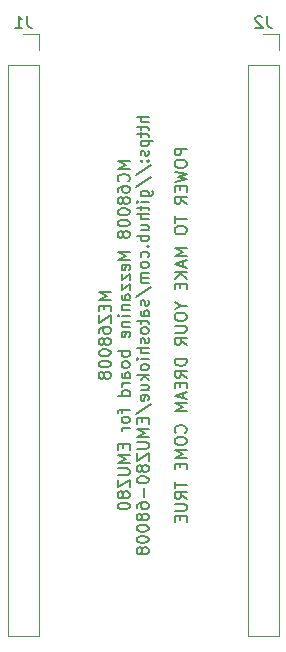
<source format=gbo>
G04 #@! TF.GenerationSoftware,KiCad,Pcbnew,(6.0.8-1)-1*
G04 #@! TF.CreationDate,2022-10-31T15:31:04+09:00*
G04 #@! TF.ProjectId,MEZ68008,4d455a36-3830-4303-982e-6b696361645f,A*
G04 #@! TF.SameCoordinates,PX5f5e100PY8f0d180*
G04 #@! TF.FileFunction,Legend,Bot*
G04 #@! TF.FilePolarity,Positive*
%FSLAX46Y46*%
G04 Gerber Fmt 4.6, Leading zero omitted, Abs format (unit mm)*
G04 Created by KiCad (PCBNEW (6.0.8-1)-1) date 2022-10-31 15:31:04*
%MOMM*%
%LPD*%
G01*
G04 APERTURE LIST*
%ADD10C,0.200000*%
%ADD11C,0.150000*%
%ADD12C,0.120000*%
G04 APERTURE END LIST*
D10*
X16917380Y36662858D02*
X15917380Y36662858D01*
X16631666Y36329524D01*
X15917380Y35996191D01*
X16917380Y35996191D01*
X16393571Y35520000D02*
X16393571Y35186667D01*
X16917380Y35043810D02*
X16917380Y35520000D01*
X15917380Y35520000D01*
X15917380Y35043810D01*
X15917380Y34710477D02*
X15917380Y34043810D01*
X16917380Y34710477D01*
X16917380Y34043810D01*
X15917380Y33234286D02*
X15917380Y33424762D01*
X15965000Y33520000D01*
X16012619Y33567620D01*
X16155476Y33662858D01*
X16345952Y33710477D01*
X16726904Y33710477D01*
X16822142Y33662858D01*
X16869761Y33615239D01*
X16917380Y33520000D01*
X16917380Y33329524D01*
X16869761Y33234286D01*
X16822142Y33186667D01*
X16726904Y33139048D01*
X16488809Y33139048D01*
X16393571Y33186667D01*
X16345952Y33234286D01*
X16298333Y33329524D01*
X16298333Y33520000D01*
X16345952Y33615239D01*
X16393571Y33662858D01*
X16488809Y33710477D01*
X16345952Y32567620D02*
X16298333Y32662858D01*
X16250714Y32710477D01*
X16155476Y32758096D01*
X16107857Y32758096D01*
X16012619Y32710477D01*
X15965000Y32662858D01*
X15917380Y32567620D01*
X15917380Y32377143D01*
X15965000Y32281905D01*
X16012619Y32234286D01*
X16107857Y32186667D01*
X16155476Y32186667D01*
X16250714Y32234286D01*
X16298333Y32281905D01*
X16345952Y32377143D01*
X16345952Y32567620D01*
X16393571Y32662858D01*
X16441190Y32710477D01*
X16536428Y32758096D01*
X16726904Y32758096D01*
X16822142Y32710477D01*
X16869761Y32662858D01*
X16917380Y32567620D01*
X16917380Y32377143D01*
X16869761Y32281905D01*
X16822142Y32234286D01*
X16726904Y32186667D01*
X16536428Y32186667D01*
X16441190Y32234286D01*
X16393571Y32281905D01*
X16345952Y32377143D01*
X15917380Y31567620D02*
X15917380Y31472381D01*
X15965000Y31377143D01*
X16012619Y31329524D01*
X16107857Y31281905D01*
X16298333Y31234286D01*
X16536428Y31234286D01*
X16726904Y31281905D01*
X16822142Y31329524D01*
X16869761Y31377143D01*
X16917380Y31472381D01*
X16917380Y31567620D01*
X16869761Y31662858D01*
X16822142Y31710477D01*
X16726904Y31758096D01*
X16536428Y31805715D01*
X16298333Y31805715D01*
X16107857Y31758096D01*
X16012619Y31710477D01*
X15965000Y31662858D01*
X15917380Y31567620D01*
X15917380Y30615239D02*
X15917380Y30520000D01*
X15965000Y30424762D01*
X16012619Y30377143D01*
X16107857Y30329524D01*
X16298333Y30281905D01*
X16536428Y30281905D01*
X16726904Y30329524D01*
X16822142Y30377143D01*
X16869761Y30424762D01*
X16917380Y30520000D01*
X16917380Y30615239D01*
X16869761Y30710477D01*
X16822142Y30758096D01*
X16726904Y30805715D01*
X16536428Y30853334D01*
X16298333Y30853334D01*
X16107857Y30805715D01*
X16012619Y30758096D01*
X15965000Y30710477D01*
X15917380Y30615239D01*
X16345952Y29710477D02*
X16298333Y29805715D01*
X16250714Y29853334D01*
X16155476Y29900953D01*
X16107857Y29900953D01*
X16012619Y29853334D01*
X15965000Y29805715D01*
X15917380Y29710477D01*
X15917380Y29520000D01*
X15965000Y29424762D01*
X16012619Y29377143D01*
X16107857Y29329524D01*
X16155476Y29329524D01*
X16250714Y29377143D01*
X16298333Y29424762D01*
X16345952Y29520000D01*
X16345952Y29710477D01*
X16393571Y29805715D01*
X16441190Y29853334D01*
X16536428Y29900953D01*
X16726904Y29900953D01*
X16822142Y29853334D01*
X16869761Y29805715D01*
X16917380Y29710477D01*
X16917380Y29520000D01*
X16869761Y29424762D01*
X16822142Y29377143D01*
X16726904Y29329524D01*
X16536428Y29329524D01*
X16441190Y29377143D01*
X16393571Y29424762D01*
X16345952Y29520000D01*
X18527380Y47734286D02*
X17527380Y47734286D01*
X18241666Y47400953D01*
X17527380Y47067620D01*
X18527380Y47067620D01*
X18432142Y46020000D02*
X18479761Y46067620D01*
X18527380Y46210477D01*
X18527380Y46305715D01*
X18479761Y46448572D01*
X18384523Y46543810D01*
X18289285Y46591429D01*
X18098809Y46639048D01*
X17955952Y46639048D01*
X17765476Y46591429D01*
X17670238Y46543810D01*
X17575000Y46448572D01*
X17527380Y46305715D01*
X17527380Y46210477D01*
X17575000Y46067620D01*
X17622619Y46020000D01*
X17527380Y45162858D02*
X17527380Y45353334D01*
X17575000Y45448572D01*
X17622619Y45496191D01*
X17765476Y45591429D01*
X17955952Y45639048D01*
X18336904Y45639048D01*
X18432142Y45591429D01*
X18479761Y45543810D01*
X18527380Y45448572D01*
X18527380Y45258096D01*
X18479761Y45162858D01*
X18432142Y45115239D01*
X18336904Y45067620D01*
X18098809Y45067620D01*
X18003571Y45115239D01*
X17955952Y45162858D01*
X17908333Y45258096D01*
X17908333Y45448572D01*
X17955952Y45543810D01*
X18003571Y45591429D01*
X18098809Y45639048D01*
X17955952Y44496191D02*
X17908333Y44591429D01*
X17860714Y44639048D01*
X17765476Y44686667D01*
X17717857Y44686667D01*
X17622619Y44639048D01*
X17575000Y44591429D01*
X17527380Y44496191D01*
X17527380Y44305715D01*
X17575000Y44210477D01*
X17622619Y44162858D01*
X17717857Y44115239D01*
X17765476Y44115239D01*
X17860714Y44162858D01*
X17908333Y44210477D01*
X17955952Y44305715D01*
X17955952Y44496191D01*
X18003571Y44591429D01*
X18051190Y44639048D01*
X18146428Y44686667D01*
X18336904Y44686667D01*
X18432142Y44639048D01*
X18479761Y44591429D01*
X18527380Y44496191D01*
X18527380Y44305715D01*
X18479761Y44210477D01*
X18432142Y44162858D01*
X18336904Y44115239D01*
X18146428Y44115239D01*
X18051190Y44162858D01*
X18003571Y44210477D01*
X17955952Y44305715D01*
X17527380Y43496191D02*
X17527380Y43400953D01*
X17575000Y43305715D01*
X17622619Y43258096D01*
X17717857Y43210477D01*
X17908333Y43162858D01*
X18146428Y43162858D01*
X18336904Y43210477D01*
X18432142Y43258096D01*
X18479761Y43305715D01*
X18527380Y43400953D01*
X18527380Y43496191D01*
X18479761Y43591429D01*
X18432142Y43639048D01*
X18336904Y43686667D01*
X18146428Y43734286D01*
X17908333Y43734286D01*
X17717857Y43686667D01*
X17622619Y43639048D01*
X17575000Y43591429D01*
X17527380Y43496191D01*
X17527380Y42543810D02*
X17527380Y42448572D01*
X17575000Y42353334D01*
X17622619Y42305715D01*
X17717857Y42258096D01*
X17908333Y42210477D01*
X18146428Y42210477D01*
X18336904Y42258096D01*
X18432142Y42305715D01*
X18479761Y42353334D01*
X18527380Y42448572D01*
X18527380Y42543810D01*
X18479761Y42639048D01*
X18432142Y42686667D01*
X18336904Y42734286D01*
X18146428Y42781905D01*
X17908333Y42781905D01*
X17717857Y42734286D01*
X17622619Y42686667D01*
X17575000Y42639048D01*
X17527380Y42543810D01*
X17955952Y41639048D02*
X17908333Y41734286D01*
X17860714Y41781905D01*
X17765476Y41829524D01*
X17717857Y41829524D01*
X17622619Y41781905D01*
X17575000Y41734286D01*
X17527380Y41639048D01*
X17527380Y41448572D01*
X17575000Y41353334D01*
X17622619Y41305715D01*
X17717857Y41258096D01*
X17765476Y41258096D01*
X17860714Y41305715D01*
X17908333Y41353334D01*
X17955952Y41448572D01*
X17955952Y41639048D01*
X18003571Y41734286D01*
X18051190Y41781905D01*
X18146428Y41829524D01*
X18336904Y41829524D01*
X18432142Y41781905D01*
X18479761Y41734286D01*
X18527380Y41639048D01*
X18527380Y41448572D01*
X18479761Y41353334D01*
X18432142Y41305715D01*
X18336904Y41258096D01*
X18146428Y41258096D01*
X18051190Y41305715D01*
X18003571Y41353334D01*
X17955952Y41448572D01*
X18527380Y40067620D02*
X17527380Y40067620D01*
X18241666Y39734286D01*
X17527380Y39400953D01*
X18527380Y39400953D01*
X18479761Y38543810D02*
X18527380Y38639048D01*
X18527380Y38829524D01*
X18479761Y38924762D01*
X18384523Y38972381D01*
X18003571Y38972381D01*
X17908333Y38924762D01*
X17860714Y38829524D01*
X17860714Y38639048D01*
X17908333Y38543810D01*
X18003571Y38496191D01*
X18098809Y38496191D01*
X18194047Y38972381D01*
X17860714Y38162858D02*
X17860714Y37639048D01*
X18527380Y38162858D01*
X18527380Y37639048D01*
X17860714Y37353334D02*
X17860714Y36829524D01*
X18527380Y37353334D01*
X18527380Y36829524D01*
X18527380Y36020001D02*
X18003571Y36020001D01*
X17908333Y36067620D01*
X17860714Y36162858D01*
X17860714Y36353334D01*
X17908333Y36448572D01*
X18479761Y36020001D02*
X18527380Y36115239D01*
X18527380Y36353334D01*
X18479761Y36448572D01*
X18384523Y36496191D01*
X18289285Y36496191D01*
X18194047Y36448572D01*
X18146428Y36353334D01*
X18146428Y36115239D01*
X18098809Y36020001D01*
X17860714Y35543810D02*
X18527380Y35543810D01*
X17955952Y35543810D02*
X17908333Y35496191D01*
X17860714Y35400953D01*
X17860714Y35258096D01*
X17908333Y35162858D01*
X18003571Y35115239D01*
X18527380Y35115239D01*
X18527380Y34639048D02*
X17860714Y34639048D01*
X17527380Y34639048D02*
X17575000Y34686667D01*
X17622619Y34639048D01*
X17575000Y34591429D01*
X17527380Y34639048D01*
X17622619Y34639048D01*
X17860714Y34162858D02*
X18527380Y34162858D01*
X17955952Y34162858D02*
X17908333Y34115239D01*
X17860714Y34020001D01*
X17860714Y33877143D01*
X17908333Y33781905D01*
X18003571Y33734286D01*
X18527380Y33734286D01*
X18479761Y32877143D02*
X18527380Y32972381D01*
X18527380Y33162858D01*
X18479761Y33258096D01*
X18384523Y33305715D01*
X18003571Y33305715D01*
X17908333Y33258096D01*
X17860714Y33162858D01*
X17860714Y32972381D01*
X17908333Y32877143D01*
X18003571Y32829524D01*
X18098809Y32829524D01*
X18194047Y33305715D01*
X18527380Y31639048D02*
X17527380Y31639048D01*
X17908333Y31639048D02*
X17860714Y31543810D01*
X17860714Y31353334D01*
X17908333Y31258096D01*
X17955952Y31210477D01*
X18051190Y31162858D01*
X18336904Y31162858D01*
X18432142Y31210477D01*
X18479761Y31258096D01*
X18527380Y31353334D01*
X18527380Y31543810D01*
X18479761Y31639048D01*
X18527380Y30591429D02*
X18479761Y30686667D01*
X18432142Y30734286D01*
X18336904Y30781905D01*
X18051190Y30781905D01*
X17955952Y30734286D01*
X17908333Y30686667D01*
X17860714Y30591429D01*
X17860714Y30448572D01*
X17908333Y30353334D01*
X17955952Y30305715D01*
X18051190Y30258096D01*
X18336904Y30258096D01*
X18432142Y30305715D01*
X18479761Y30353334D01*
X18527380Y30448572D01*
X18527380Y30591429D01*
X18527380Y29400953D02*
X18003571Y29400953D01*
X17908333Y29448572D01*
X17860714Y29543810D01*
X17860714Y29734286D01*
X17908333Y29829524D01*
X18479761Y29400953D02*
X18527380Y29496191D01*
X18527380Y29734286D01*
X18479761Y29829524D01*
X18384523Y29877143D01*
X18289285Y29877143D01*
X18194047Y29829524D01*
X18146428Y29734286D01*
X18146428Y29496191D01*
X18098809Y29400953D01*
X18527380Y28924762D02*
X17860714Y28924762D01*
X18051190Y28924762D02*
X17955952Y28877143D01*
X17908333Y28829524D01*
X17860714Y28734286D01*
X17860714Y28639048D01*
X18527380Y27877143D02*
X17527380Y27877143D01*
X18479761Y27877143D02*
X18527380Y27972381D01*
X18527380Y28162858D01*
X18479761Y28258096D01*
X18432142Y28305715D01*
X18336904Y28353334D01*
X18051190Y28353334D01*
X17955952Y28305715D01*
X17908333Y28258096D01*
X17860714Y28162858D01*
X17860714Y27972381D01*
X17908333Y27877143D01*
X17860714Y26781905D02*
X17860714Y26400953D01*
X18527380Y26639048D02*
X17670238Y26639048D01*
X17575000Y26591429D01*
X17527380Y26496191D01*
X17527380Y26400953D01*
X18527380Y25924762D02*
X18479761Y26020001D01*
X18432142Y26067620D01*
X18336904Y26115239D01*
X18051190Y26115239D01*
X17955952Y26067620D01*
X17908333Y26020001D01*
X17860714Y25924762D01*
X17860714Y25781905D01*
X17908333Y25686667D01*
X17955952Y25639048D01*
X18051190Y25591429D01*
X18336904Y25591429D01*
X18432142Y25639048D01*
X18479761Y25686667D01*
X18527380Y25781905D01*
X18527380Y25924762D01*
X18527380Y25162858D02*
X17860714Y25162858D01*
X18051190Y25162858D02*
X17955952Y25115239D01*
X17908333Y25067620D01*
X17860714Y24972381D01*
X17860714Y24877143D01*
X18003571Y23781905D02*
X18003571Y23448572D01*
X18527380Y23305715D02*
X18527380Y23781905D01*
X17527380Y23781905D01*
X17527380Y23305715D01*
X18527380Y22877143D02*
X17527380Y22877143D01*
X18241666Y22543810D01*
X17527380Y22210477D01*
X18527380Y22210477D01*
X17527380Y21734286D02*
X18336904Y21734286D01*
X18432142Y21686667D01*
X18479761Y21639048D01*
X18527380Y21543810D01*
X18527380Y21353334D01*
X18479761Y21258096D01*
X18432142Y21210477D01*
X18336904Y21162858D01*
X17527380Y21162858D01*
X17527380Y20781905D02*
X17527380Y20115239D01*
X18527380Y20781905D01*
X18527380Y20115239D01*
X17955952Y19591429D02*
X17908333Y19686667D01*
X17860714Y19734286D01*
X17765476Y19781905D01*
X17717857Y19781905D01*
X17622619Y19734286D01*
X17575000Y19686667D01*
X17527380Y19591429D01*
X17527380Y19400953D01*
X17575000Y19305715D01*
X17622619Y19258096D01*
X17717857Y19210477D01*
X17765476Y19210477D01*
X17860714Y19258096D01*
X17908333Y19305715D01*
X17955952Y19400953D01*
X17955952Y19591429D01*
X18003571Y19686667D01*
X18051190Y19734286D01*
X18146428Y19781905D01*
X18336904Y19781905D01*
X18432142Y19734286D01*
X18479761Y19686667D01*
X18527380Y19591429D01*
X18527380Y19400953D01*
X18479761Y19305715D01*
X18432142Y19258096D01*
X18336904Y19210477D01*
X18146428Y19210477D01*
X18051190Y19258096D01*
X18003571Y19305715D01*
X17955952Y19400953D01*
X17527380Y18591429D02*
X17527380Y18496191D01*
X17575000Y18400953D01*
X17622619Y18353334D01*
X17717857Y18305715D01*
X17908333Y18258096D01*
X18146428Y18258096D01*
X18336904Y18305715D01*
X18432142Y18353334D01*
X18479761Y18400953D01*
X18527380Y18496191D01*
X18527380Y18591429D01*
X18479761Y18686667D01*
X18432142Y18734286D01*
X18336904Y18781905D01*
X18146428Y18829524D01*
X17908333Y18829524D01*
X17717857Y18781905D01*
X17622619Y18734286D01*
X17575000Y18686667D01*
X17527380Y18591429D01*
X20137380Y51520000D02*
X19137380Y51520000D01*
X20137380Y51091429D02*
X19613571Y51091429D01*
X19518333Y51139048D01*
X19470714Y51234286D01*
X19470714Y51377143D01*
X19518333Y51472381D01*
X19565952Y51520000D01*
X19470714Y50758096D02*
X19470714Y50377143D01*
X19137380Y50615239D02*
X19994523Y50615239D01*
X20089761Y50567620D01*
X20137380Y50472381D01*
X20137380Y50377143D01*
X19470714Y50186667D02*
X19470714Y49805715D01*
X19137380Y50043810D02*
X19994523Y50043810D01*
X20089761Y49996191D01*
X20137380Y49900953D01*
X20137380Y49805715D01*
X19470714Y49472381D02*
X20470714Y49472381D01*
X19518333Y49472381D02*
X19470714Y49377143D01*
X19470714Y49186667D01*
X19518333Y49091429D01*
X19565952Y49043810D01*
X19661190Y48996191D01*
X19946904Y48996191D01*
X20042142Y49043810D01*
X20089761Y49091429D01*
X20137380Y49186667D01*
X20137380Y49377143D01*
X20089761Y49472381D01*
X20089761Y48615239D02*
X20137380Y48520000D01*
X20137380Y48329524D01*
X20089761Y48234286D01*
X19994523Y48186667D01*
X19946904Y48186667D01*
X19851666Y48234286D01*
X19804047Y48329524D01*
X19804047Y48472381D01*
X19756428Y48567620D01*
X19661190Y48615239D01*
X19613571Y48615239D01*
X19518333Y48567620D01*
X19470714Y48472381D01*
X19470714Y48329524D01*
X19518333Y48234286D01*
X20042142Y47758096D02*
X20089761Y47710477D01*
X20137380Y47758096D01*
X20089761Y47805715D01*
X20042142Y47758096D01*
X20137380Y47758096D01*
X19518333Y47758096D02*
X19565952Y47710477D01*
X19613571Y47758096D01*
X19565952Y47805715D01*
X19518333Y47758096D01*
X19613571Y47758096D01*
X19089761Y46567620D02*
X20375476Y47424762D01*
X19089761Y45520000D02*
X20375476Y46377143D01*
X19470714Y44758096D02*
X20280238Y44758096D01*
X20375476Y44805715D01*
X20423095Y44853334D01*
X20470714Y44948572D01*
X20470714Y45091429D01*
X20423095Y45186667D01*
X20089761Y44758096D02*
X20137380Y44853334D01*
X20137380Y45043810D01*
X20089761Y45139048D01*
X20042142Y45186667D01*
X19946904Y45234286D01*
X19661190Y45234286D01*
X19565952Y45186667D01*
X19518333Y45139048D01*
X19470714Y45043810D01*
X19470714Y44853334D01*
X19518333Y44758096D01*
X20137380Y44281905D02*
X19470714Y44281905D01*
X19137380Y44281905D02*
X19185000Y44329524D01*
X19232619Y44281905D01*
X19185000Y44234286D01*
X19137380Y44281905D01*
X19232619Y44281905D01*
X19470714Y43948572D02*
X19470714Y43567620D01*
X19137380Y43805715D02*
X19994523Y43805715D01*
X20089761Y43758096D01*
X20137380Y43662858D01*
X20137380Y43567620D01*
X20137380Y43234286D02*
X19137380Y43234286D01*
X20137380Y42805715D02*
X19613571Y42805715D01*
X19518333Y42853334D01*
X19470714Y42948572D01*
X19470714Y43091429D01*
X19518333Y43186667D01*
X19565952Y43234286D01*
X19470714Y41900953D02*
X20137380Y41900953D01*
X19470714Y42329524D02*
X19994523Y42329524D01*
X20089761Y42281905D01*
X20137380Y42186667D01*
X20137380Y42043810D01*
X20089761Y41948572D01*
X20042142Y41900953D01*
X20137380Y41424762D02*
X19137380Y41424762D01*
X19518333Y41424762D02*
X19470714Y41329524D01*
X19470714Y41139048D01*
X19518333Y41043810D01*
X19565952Y40996191D01*
X19661190Y40948572D01*
X19946904Y40948572D01*
X20042142Y40996191D01*
X20089761Y41043810D01*
X20137380Y41139048D01*
X20137380Y41329524D01*
X20089761Y41424762D01*
X20042142Y40520000D02*
X20089761Y40472381D01*
X20137380Y40520000D01*
X20089761Y40567620D01*
X20042142Y40520000D01*
X20137380Y40520000D01*
X20089761Y39615239D02*
X20137380Y39710477D01*
X20137380Y39900953D01*
X20089761Y39996191D01*
X20042142Y40043810D01*
X19946904Y40091429D01*
X19661190Y40091429D01*
X19565952Y40043810D01*
X19518333Y39996191D01*
X19470714Y39900953D01*
X19470714Y39710477D01*
X19518333Y39615239D01*
X20137380Y39043810D02*
X20089761Y39139048D01*
X20042142Y39186667D01*
X19946904Y39234286D01*
X19661190Y39234286D01*
X19565952Y39186667D01*
X19518333Y39139048D01*
X19470714Y39043810D01*
X19470714Y38900953D01*
X19518333Y38805715D01*
X19565952Y38758096D01*
X19661190Y38710477D01*
X19946904Y38710477D01*
X20042142Y38758096D01*
X20089761Y38805715D01*
X20137380Y38900953D01*
X20137380Y39043810D01*
X20137380Y38281905D02*
X19470714Y38281905D01*
X19565952Y38281905D02*
X19518333Y38234286D01*
X19470714Y38139048D01*
X19470714Y37996191D01*
X19518333Y37900953D01*
X19613571Y37853334D01*
X20137380Y37853334D01*
X19613571Y37853334D02*
X19518333Y37805715D01*
X19470714Y37710477D01*
X19470714Y37567620D01*
X19518333Y37472381D01*
X19613571Y37424762D01*
X20137380Y37424762D01*
X19089761Y36234286D02*
X20375476Y37091429D01*
X20089761Y35948572D02*
X20137380Y35853334D01*
X20137380Y35662858D01*
X20089761Y35567620D01*
X19994523Y35520000D01*
X19946904Y35520000D01*
X19851666Y35567620D01*
X19804047Y35662858D01*
X19804047Y35805715D01*
X19756428Y35900953D01*
X19661190Y35948572D01*
X19613571Y35948572D01*
X19518333Y35900953D01*
X19470714Y35805715D01*
X19470714Y35662858D01*
X19518333Y35567620D01*
X20137380Y34662858D02*
X19613571Y34662858D01*
X19518333Y34710477D01*
X19470714Y34805715D01*
X19470714Y34996191D01*
X19518333Y35091429D01*
X20089761Y34662858D02*
X20137380Y34758096D01*
X20137380Y34996191D01*
X20089761Y35091429D01*
X19994523Y35139048D01*
X19899285Y35139048D01*
X19804047Y35091429D01*
X19756428Y34996191D01*
X19756428Y34758096D01*
X19708809Y34662858D01*
X19470714Y34329524D02*
X19470714Y33948572D01*
X19137380Y34186667D02*
X19994523Y34186667D01*
X20089761Y34139048D01*
X20137380Y34043810D01*
X20137380Y33948572D01*
X20137380Y33472381D02*
X20089761Y33567620D01*
X20042142Y33615239D01*
X19946904Y33662858D01*
X19661190Y33662858D01*
X19565952Y33615239D01*
X19518333Y33567620D01*
X19470714Y33472381D01*
X19470714Y33329524D01*
X19518333Y33234286D01*
X19565952Y33186667D01*
X19661190Y33139048D01*
X19946904Y33139048D01*
X20042142Y33186667D01*
X20089761Y33234286D01*
X20137380Y33329524D01*
X20137380Y33472381D01*
X20089761Y32758096D02*
X20137380Y32662858D01*
X20137380Y32472381D01*
X20089761Y32377143D01*
X19994523Y32329524D01*
X19946904Y32329524D01*
X19851666Y32377143D01*
X19804047Y32472381D01*
X19804047Y32615239D01*
X19756428Y32710477D01*
X19661190Y32758096D01*
X19613571Y32758096D01*
X19518333Y32710477D01*
X19470714Y32615239D01*
X19470714Y32472381D01*
X19518333Y32377143D01*
X20137380Y31900953D02*
X19137380Y31900953D01*
X20137380Y31472381D02*
X19613571Y31472381D01*
X19518333Y31520000D01*
X19470714Y31615239D01*
X19470714Y31758096D01*
X19518333Y31853334D01*
X19565952Y31900953D01*
X20137380Y30996191D02*
X19470714Y30996191D01*
X19137380Y30996191D02*
X19185000Y31043810D01*
X19232619Y30996191D01*
X19185000Y30948572D01*
X19137380Y30996191D01*
X19232619Y30996191D01*
X20137380Y30377143D02*
X20089761Y30472381D01*
X20042142Y30520000D01*
X19946904Y30567620D01*
X19661190Y30567620D01*
X19565952Y30520000D01*
X19518333Y30472381D01*
X19470714Y30377143D01*
X19470714Y30234286D01*
X19518333Y30139048D01*
X19565952Y30091429D01*
X19661190Y30043810D01*
X19946904Y30043810D01*
X20042142Y30091429D01*
X20089761Y30139048D01*
X20137380Y30234286D01*
X20137380Y30377143D01*
X20137380Y29615239D02*
X19137380Y29615239D01*
X19756428Y29520000D02*
X20137380Y29234286D01*
X19470714Y29234286D02*
X19851666Y29615239D01*
X19470714Y28377143D02*
X20137380Y28377143D01*
X19470714Y28805715D02*
X19994523Y28805715D01*
X20089761Y28758096D01*
X20137380Y28662858D01*
X20137380Y28520000D01*
X20089761Y28424762D01*
X20042142Y28377143D01*
X20089761Y27520000D02*
X20137380Y27615239D01*
X20137380Y27805715D01*
X20089761Y27900953D01*
X19994523Y27948572D01*
X19613571Y27948572D01*
X19518333Y27900953D01*
X19470714Y27805715D01*
X19470714Y27615239D01*
X19518333Y27520000D01*
X19613571Y27472381D01*
X19708809Y27472381D01*
X19804047Y27948572D01*
X19089761Y26329524D02*
X20375476Y27186667D01*
X19613571Y25996191D02*
X19613571Y25662858D01*
X20137380Y25520000D02*
X20137380Y25996191D01*
X19137380Y25996191D01*
X19137380Y25520000D01*
X20137380Y25091429D02*
X19137380Y25091429D01*
X19851666Y24758096D01*
X19137380Y24424762D01*
X20137380Y24424762D01*
X19137380Y23948572D02*
X19946904Y23948572D01*
X20042142Y23900953D01*
X20089761Y23853334D01*
X20137380Y23758096D01*
X20137380Y23567620D01*
X20089761Y23472381D01*
X20042142Y23424762D01*
X19946904Y23377143D01*
X19137380Y23377143D01*
X19137380Y22996191D02*
X19137380Y22329524D01*
X20137380Y22996191D01*
X20137380Y22329524D01*
X19565952Y21805715D02*
X19518333Y21900953D01*
X19470714Y21948572D01*
X19375476Y21996191D01*
X19327857Y21996191D01*
X19232619Y21948572D01*
X19185000Y21900953D01*
X19137380Y21805715D01*
X19137380Y21615239D01*
X19185000Y21520000D01*
X19232619Y21472381D01*
X19327857Y21424762D01*
X19375476Y21424762D01*
X19470714Y21472381D01*
X19518333Y21520000D01*
X19565952Y21615239D01*
X19565952Y21805715D01*
X19613571Y21900953D01*
X19661190Y21948572D01*
X19756428Y21996191D01*
X19946904Y21996191D01*
X20042142Y21948572D01*
X20089761Y21900953D01*
X20137380Y21805715D01*
X20137380Y21615239D01*
X20089761Y21520000D01*
X20042142Y21472381D01*
X19946904Y21424762D01*
X19756428Y21424762D01*
X19661190Y21472381D01*
X19613571Y21520000D01*
X19565952Y21615239D01*
X19137380Y20805715D02*
X19137380Y20710477D01*
X19185000Y20615239D01*
X19232619Y20567620D01*
X19327857Y20520000D01*
X19518333Y20472381D01*
X19756428Y20472381D01*
X19946904Y20520000D01*
X20042142Y20567620D01*
X20089761Y20615239D01*
X20137380Y20710477D01*
X20137380Y20805715D01*
X20089761Y20900953D01*
X20042142Y20948572D01*
X19946904Y20996191D01*
X19756428Y21043810D01*
X19518333Y21043810D01*
X19327857Y20996191D01*
X19232619Y20948572D01*
X19185000Y20900953D01*
X19137380Y20805715D01*
X19756428Y20043810D02*
X19756428Y19281905D01*
X19137380Y18377143D02*
X19137380Y18567620D01*
X19185000Y18662858D01*
X19232619Y18710477D01*
X19375476Y18805715D01*
X19565952Y18853334D01*
X19946904Y18853334D01*
X20042142Y18805715D01*
X20089761Y18758096D01*
X20137380Y18662858D01*
X20137380Y18472381D01*
X20089761Y18377143D01*
X20042142Y18329524D01*
X19946904Y18281905D01*
X19708809Y18281905D01*
X19613571Y18329524D01*
X19565952Y18377143D01*
X19518333Y18472381D01*
X19518333Y18662858D01*
X19565952Y18758096D01*
X19613571Y18805715D01*
X19708809Y18853334D01*
X19565952Y17710477D02*
X19518333Y17805715D01*
X19470714Y17853334D01*
X19375476Y17900953D01*
X19327857Y17900953D01*
X19232619Y17853334D01*
X19185000Y17805715D01*
X19137380Y17710477D01*
X19137380Y17520000D01*
X19185000Y17424762D01*
X19232619Y17377143D01*
X19327857Y17329524D01*
X19375476Y17329524D01*
X19470714Y17377143D01*
X19518333Y17424762D01*
X19565952Y17520000D01*
X19565952Y17710477D01*
X19613571Y17805715D01*
X19661190Y17853334D01*
X19756428Y17900953D01*
X19946904Y17900953D01*
X20042142Y17853334D01*
X20089761Y17805715D01*
X20137380Y17710477D01*
X20137380Y17520000D01*
X20089761Y17424762D01*
X20042142Y17377143D01*
X19946904Y17329524D01*
X19756428Y17329524D01*
X19661190Y17377143D01*
X19613571Y17424762D01*
X19565952Y17520000D01*
X19137380Y16710477D02*
X19137380Y16615239D01*
X19185000Y16520000D01*
X19232619Y16472381D01*
X19327857Y16424762D01*
X19518333Y16377143D01*
X19756428Y16377143D01*
X19946904Y16424762D01*
X20042142Y16472381D01*
X20089761Y16520000D01*
X20137380Y16615239D01*
X20137380Y16710477D01*
X20089761Y16805715D01*
X20042142Y16853334D01*
X19946904Y16900953D01*
X19756428Y16948572D01*
X19518333Y16948572D01*
X19327857Y16900953D01*
X19232619Y16853334D01*
X19185000Y16805715D01*
X19137380Y16710477D01*
X19137380Y15758096D02*
X19137380Y15662858D01*
X19185000Y15567620D01*
X19232619Y15520000D01*
X19327857Y15472381D01*
X19518333Y15424762D01*
X19756428Y15424762D01*
X19946904Y15472381D01*
X20042142Y15520000D01*
X20089761Y15567620D01*
X20137380Y15662858D01*
X20137380Y15758096D01*
X20089761Y15853334D01*
X20042142Y15900953D01*
X19946904Y15948572D01*
X19756428Y15996191D01*
X19518333Y15996191D01*
X19327857Y15948572D01*
X19232619Y15900953D01*
X19185000Y15853334D01*
X19137380Y15758096D01*
X19565952Y14853334D02*
X19518333Y14948572D01*
X19470714Y14996191D01*
X19375476Y15043810D01*
X19327857Y15043810D01*
X19232619Y14996191D01*
X19185000Y14948572D01*
X19137380Y14853334D01*
X19137380Y14662858D01*
X19185000Y14567620D01*
X19232619Y14520000D01*
X19327857Y14472381D01*
X19375476Y14472381D01*
X19470714Y14520000D01*
X19518333Y14567620D01*
X19565952Y14662858D01*
X19565952Y14853334D01*
X19613571Y14948572D01*
X19661190Y14996191D01*
X19756428Y15043810D01*
X19946904Y15043810D01*
X20042142Y14996191D01*
X20089761Y14948572D01*
X20137380Y14853334D01*
X20137380Y14662858D01*
X20089761Y14567620D01*
X20042142Y14520000D01*
X19946904Y14472381D01*
X19756428Y14472381D01*
X19661190Y14520000D01*
X19613571Y14567620D01*
X19565952Y14662858D01*
X23357380Y48805715D02*
X22357380Y48805715D01*
X22357380Y48424762D01*
X22405000Y48329524D01*
X22452619Y48281905D01*
X22547857Y48234286D01*
X22690714Y48234286D01*
X22785952Y48281905D01*
X22833571Y48329524D01*
X22881190Y48424762D01*
X22881190Y48805715D01*
X22357380Y47615239D02*
X22357380Y47424762D01*
X22405000Y47329524D01*
X22500238Y47234286D01*
X22690714Y47186667D01*
X23024047Y47186667D01*
X23214523Y47234286D01*
X23309761Y47329524D01*
X23357380Y47424762D01*
X23357380Y47615239D01*
X23309761Y47710477D01*
X23214523Y47805715D01*
X23024047Y47853334D01*
X22690714Y47853334D01*
X22500238Y47805715D01*
X22405000Y47710477D01*
X22357380Y47615239D01*
X22357380Y46853334D02*
X23357380Y46615239D01*
X22643095Y46424762D01*
X23357380Y46234286D01*
X22357380Y45996191D01*
X22833571Y45615239D02*
X22833571Y45281905D01*
X23357380Y45139048D02*
X23357380Y45615239D01*
X22357380Y45615239D01*
X22357380Y45139048D01*
X23357380Y44139048D02*
X22881190Y44472381D01*
X23357380Y44710477D02*
X22357380Y44710477D01*
X22357380Y44329524D01*
X22405000Y44234286D01*
X22452619Y44186667D01*
X22547857Y44139048D01*
X22690714Y44139048D01*
X22785952Y44186667D01*
X22833571Y44234286D01*
X22881190Y44329524D01*
X22881190Y44710477D01*
X22357380Y43091429D02*
X22357380Y42520000D01*
X23357380Y42805715D02*
X22357380Y42805715D01*
X22357380Y41996191D02*
X22357380Y41805715D01*
X22405000Y41710477D01*
X22500238Y41615239D01*
X22690714Y41567620D01*
X23024047Y41567620D01*
X23214523Y41615239D01*
X23309761Y41710477D01*
X23357380Y41805715D01*
X23357380Y41996191D01*
X23309761Y42091429D01*
X23214523Y42186667D01*
X23024047Y42234286D01*
X22690714Y42234286D01*
X22500238Y42186667D01*
X22405000Y42091429D01*
X22357380Y41996191D01*
X23357380Y40377143D02*
X22357380Y40377143D01*
X23071666Y40043810D01*
X22357380Y39710477D01*
X23357380Y39710477D01*
X23071666Y39281905D02*
X23071666Y38805715D01*
X23357380Y39377143D02*
X22357380Y39043810D01*
X23357380Y38710477D01*
X23357380Y38377143D02*
X22357380Y38377143D01*
X23357380Y37805715D02*
X22785952Y38234286D01*
X22357380Y37805715D02*
X22928809Y38377143D01*
X22833571Y37377143D02*
X22833571Y37043810D01*
X23357380Y36900953D02*
X23357380Y37377143D01*
X22357380Y37377143D01*
X22357380Y36900953D01*
X22881190Y35520001D02*
X23357380Y35520001D01*
X22357380Y35853334D02*
X22881190Y35520001D01*
X22357380Y35186667D01*
X22357380Y34662858D02*
X22357380Y34472381D01*
X22405000Y34377143D01*
X22500238Y34281905D01*
X22690714Y34234286D01*
X23024047Y34234286D01*
X23214523Y34281905D01*
X23309761Y34377143D01*
X23357380Y34472381D01*
X23357380Y34662858D01*
X23309761Y34758096D01*
X23214523Y34853334D01*
X23024047Y34900953D01*
X22690714Y34900953D01*
X22500238Y34853334D01*
X22405000Y34758096D01*
X22357380Y34662858D01*
X22357380Y33805715D02*
X23166904Y33805715D01*
X23262142Y33758096D01*
X23309761Y33710477D01*
X23357380Y33615239D01*
X23357380Y33424762D01*
X23309761Y33329524D01*
X23262142Y33281905D01*
X23166904Y33234286D01*
X22357380Y33234286D01*
X23357380Y32186667D02*
X22881190Y32520001D01*
X23357380Y32758096D02*
X22357380Y32758096D01*
X22357380Y32377143D01*
X22405000Y32281905D01*
X22452619Y32234286D01*
X22547857Y32186667D01*
X22690714Y32186667D01*
X22785952Y32234286D01*
X22833571Y32281905D01*
X22881190Y32377143D01*
X22881190Y32758096D01*
X23357380Y30996191D02*
X22357380Y30996191D01*
X22357380Y30758096D01*
X22405000Y30615239D01*
X22500238Y30520001D01*
X22595476Y30472381D01*
X22785952Y30424762D01*
X22928809Y30424762D01*
X23119285Y30472381D01*
X23214523Y30520001D01*
X23309761Y30615239D01*
X23357380Y30758096D01*
X23357380Y30996191D01*
X23357380Y29424762D02*
X22881190Y29758096D01*
X23357380Y29996191D02*
X22357380Y29996191D01*
X22357380Y29615239D01*
X22405000Y29520001D01*
X22452619Y29472381D01*
X22547857Y29424762D01*
X22690714Y29424762D01*
X22785952Y29472381D01*
X22833571Y29520001D01*
X22881190Y29615239D01*
X22881190Y29996191D01*
X22833571Y28996191D02*
X22833571Y28662858D01*
X23357380Y28520001D02*
X23357380Y28996191D01*
X22357380Y28996191D01*
X22357380Y28520001D01*
X23071666Y28139048D02*
X23071666Y27662858D01*
X23357380Y28234286D02*
X22357380Y27900953D01*
X23357380Y27567620D01*
X23357380Y27234286D02*
X22357380Y27234286D01*
X23071666Y26900953D01*
X22357380Y26567620D01*
X23357380Y26567620D01*
X23262142Y24758096D02*
X23309761Y24805715D01*
X23357380Y24948572D01*
X23357380Y25043810D01*
X23309761Y25186667D01*
X23214523Y25281905D01*
X23119285Y25329524D01*
X22928809Y25377143D01*
X22785952Y25377143D01*
X22595476Y25329524D01*
X22500238Y25281905D01*
X22405000Y25186667D01*
X22357380Y25043810D01*
X22357380Y24948572D01*
X22405000Y24805715D01*
X22452619Y24758096D01*
X22357380Y24139048D02*
X22357380Y23948572D01*
X22405000Y23853334D01*
X22500238Y23758096D01*
X22690714Y23710477D01*
X23024047Y23710477D01*
X23214523Y23758096D01*
X23309761Y23853334D01*
X23357380Y23948572D01*
X23357380Y24139048D01*
X23309761Y24234286D01*
X23214523Y24329524D01*
X23024047Y24377143D01*
X22690714Y24377143D01*
X22500238Y24329524D01*
X22405000Y24234286D01*
X22357380Y24139048D01*
X23357380Y23281905D02*
X22357380Y23281905D01*
X23071666Y22948572D01*
X22357380Y22615239D01*
X23357380Y22615239D01*
X22833571Y22139048D02*
X22833571Y21805715D01*
X23357380Y21662858D02*
X23357380Y22139048D01*
X22357380Y22139048D01*
X22357380Y21662858D01*
X22357380Y20615239D02*
X22357380Y20043810D01*
X23357380Y20329524D02*
X22357380Y20329524D01*
X23357380Y19139048D02*
X22881190Y19472381D01*
X23357380Y19710477D02*
X22357380Y19710477D01*
X22357380Y19329524D01*
X22405000Y19234286D01*
X22452619Y19186667D01*
X22547857Y19139048D01*
X22690714Y19139048D01*
X22785952Y19186667D01*
X22833571Y19234286D01*
X22881190Y19329524D01*
X22881190Y19710477D01*
X22357380Y18710477D02*
X23166904Y18710477D01*
X23262142Y18662858D01*
X23309761Y18615239D01*
X23357380Y18520001D01*
X23357380Y18329524D01*
X23309761Y18234286D01*
X23262142Y18186667D01*
X23166904Y18139048D01*
X22357380Y18139048D01*
X22833571Y17662858D02*
X22833571Y17329524D01*
X23357380Y17186667D02*
X23357380Y17662858D01*
X22357380Y17662858D01*
X22357380Y17186667D01*
D11*
X30178333Y60027620D02*
X30178333Y59313334D01*
X30225952Y59170477D01*
X30321190Y59075239D01*
X30464047Y59027620D01*
X30559285Y59027620D01*
X29749761Y59932381D02*
X29702142Y59980000D01*
X29606904Y60027620D01*
X29368809Y60027620D01*
X29273571Y59980000D01*
X29225952Y59932381D01*
X29178333Y59837143D01*
X29178333Y59741905D01*
X29225952Y59599048D01*
X29797380Y59027620D01*
X29178333Y59027620D01*
X9858333Y60027620D02*
X9858333Y59313334D01*
X9905952Y59170477D01*
X10001190Y59075239D01*
X10144047Y59027620D01*
X10239285Y59027620D01*
X8858333Y59027620D02*
X9429761Y59027620D01*
X9144047Y59027620D02*
X9144047Y60027620D01*
X9239285Y59884762D01*
X9334523Y59789524D01*
X9429761Y59741905D01*
D12*
X28515000Y55880000D02*
X28515000Y7560000D01*
X31175000Y55880000D02*
X31175000Y7560000D01*
X31175000Y7560000D02*
X28515000Y7560000D01*
X31175000Y55880000D02*
X28515000Y55880000D01*
X31175000Y58480000D02*
X29845000Y58480000D01*
X31175000Y57150000D02*
X31175000Y58480000D01*
X10855000Y7560000D02*
X8195000Y7560000D01*
X10855000Y58480000D02*
X9525000Y58480000D01*
X10855000Y55880000D02*
X8195000Y55880000D01*
X8195000Y55880000D02*
X8195000Y7560000D01*
X10855000Y57150000D02*
X10855000Y58480000D01*
X10855000Y55880000D02*
X10855000Y7560000D01*
M02*

</source>
